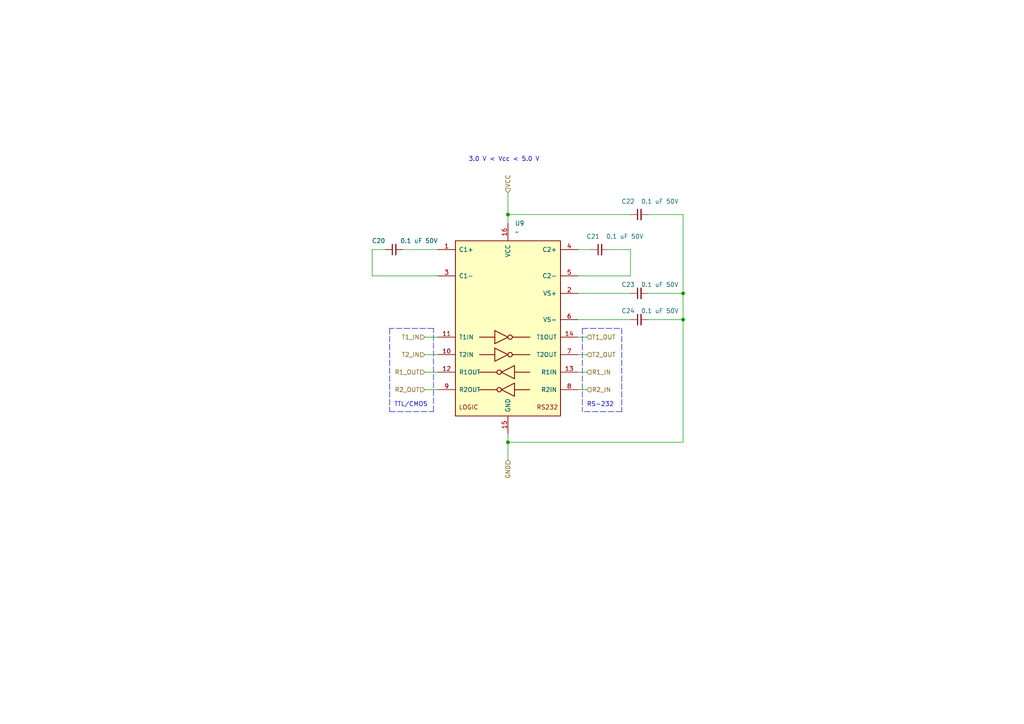
<source format=kicad_sch>
(kicad_sch (version 20211123) (generator eeschema)
  (paper "A4")
  (title_block (title "Console-Controller") (date "2022-12-15") (rev "A"))
  (lib_symbols
    (symbol "Device:C_Small" (pin_numbers hide) (pin_names (offset 0.254) hide)
      (property "Reference" "C" (at 0.254 1.778 0))
      (property "Value" "C_Small" (at 0.254 -2.032 0))
      (symbol "C_Small_0_1"
        (polyline (pts (xy -1.524 -0.508) (xy 1.524 -0.508)) (stroke (width 0.3302)))
        (polyline (pts (xy -1.524 0.508) (xy 1.524 0.508)) (stroke (width 0.3048)))
      )
      (symbol "C_Small_1_1"
        (pin passive line (at 0 2.54 270) (length 2.032) (name "~") (number "1"))
        (pin passive line (at 0 -2.54 90) (length 2.032) (name "~") (number "2"))
      )
    )
    (symbol "Interface_UART:MAX3232" (pin_names (offset 1.016))
      (property "Reference" "U" (at -2.54 28.575 0))
      (property "Value" "MAX3232" (at -2.54 26.67 0))
      (symbol "MAX3232_0_0"
        (text "LOGIC" (at -11.43 -22.86 0) (effects (font (size 1.27 1.27))))
        (text "RS232" (at 11.43 -22.86 0) (effects (font (size 1.27 1.27))))
      )
      (symbol "MAX3232_0_1"
        (rectangle (start -15.24 -25.4) (end 15.24 25.4) (stroke (width 0.254)) (fill (type background)))
        (circle (center -2.54 -17.78) (radius 0.635) (stroke (width 0.254)))
        (circle (center -2.54 -12.7) (radius 0.635) (stroke (width 0.254)))
        (polyline (pts (xy -3.81 -7.62) (xy -8.255 -7.62)) (stroke (width 0.254)))
        (polyline (pts (xy -3.81 -2.54) (xy -8.255 -2.54)) (stroke (width 0.254)))
        (polyline (pts (xy -3.175 -17.78) (xy -8.255 -17.78)) (stroke (width 0.254)))
        (polyline (pts (xy -3.175 -12.7) (xy -8.255 -12.7)) (stroke (width 0.254)))
        (polyline (pts (xy 1.27 -7.62) (xy 6.35 -7.62)) (stroke (width 0.254)))
        (polyline (pts (xy 1.27 -2.54) (xy 6.35 -2.54)) (stroke (width 0.254)))
        (polyline (pts (xy 1.905 -17.78) (xy 6.35 -17.78)) (stroke (width 0.254)))
        (polyline (pts (xy 1.905 -12.7) (xy 6.35 -12.7)) (stroke (width 0.254)))
        (polyline (pts (xy -3.81 -5.715) (xy -3.81 -9.525) (xy 0 -7.62) (xy -3.81 -5.715)) (stroke (width 0.254)))
        (polyline (pts (xy -3.81 -0.635) (xy -3.81 -4.445) (xy 0 -2.54) (xy -3.81 -0.635)) (stroke (width 0.254)))
        (polyline (pts (xy 1.905 -15.875) (xy 1.905 -19.685) (xy -1.905 -17.78) (xy 1.905 -15.875)) (stroke (width 0.254)))
        (polyline (pts (xy 1.905 -10.795) (xy 1.905 -14.605) (xy -1.905 -12.7) (xy 1.905 -10.795)) (stroke (width 0.254)))
        (circle (center 0.635 -7.62) (radius 0.635) (stroke (width 0.254)))
        (circle (center 0.635 -2.54) (radius 0.635) (stroke (width 0.254)))
      )
      (symbol "MAX3232_1_1"
        (pin passive line (at -20.32 22.86 0) (length 5.08) (name "C1+") (number "1"))
        (pin input line (at -20.32 -7.62 0) (length 5.08) (name "T2IN") (number "10"))
        (pin input line (at -20.32 -2.54 0) (length 5.08) (name "T1IN") (number "11"))
        (pin output line (at -20.32 -12.7 0) (length 5.08) (name "R1OUT") (number "12"))
        (pin input line (at 20.32 -12.7 180) (length 5.08) (name "R1IN") (number "13"))
        (pin output line (at 20.32 -2.54 180) (length 5.08) (name "T1OUT") (number "14"))
        (pin power_in line (at 0 -30.48 90) (length 5.08) (name "GND") (number "15"))
        (pin power_in line (at 0 30.48 270) (length 5.08) (name "VCC") (number "16"))
        (pin power_out line (at 20.32 10.16 180) (length 5.08) (name "VS+") (number "2"))
        (pin passive line (at -20.32 15.24 0) (length 5.08) (name "C1-") (number "3"))
        (pin passive line (at 20.32 22.86 180) (length 5.08) (name "C2+") (number "4"))
        (pin passive line (at 20.32 15.24 180) (length 5.08) (name "C2-") (number "5"))
        (pin power_out line (at 20.32 2.54 180) (length 5.08) (name "VS-") (number "6"))
        (pin output line (at 20.32 -7.62 180) (length 5.08) (name "T2OUT") (number "7"))
        (pin input line (at 20.32 -17.78 180) (length 5.08) (name "R2IN") (number "8"))
        (pin output line (at -20.32 -17.78 0) (length 5.08) (name "R2OUT") (number "9"))
      )
    )
  )
  (junction (at 198.12 92.71))
  (junction (at 147.32 62.23))
  (junction (at 147.32 128.27))
  (junction (at 198.12 85.09))
  (wire (pts (xy 167.64 92.71) (xy 182.88 92.71)))
  (wire (pts (xy 176.53 72.39) (xy 182.88 72.39)))
  (polyline (pts (xy 168.91 95.25) (xy 168.91 119.38)))
  (wire (pts (xy 147.32 62.23) (xy 147.32 64.77)))
  (wire (pts (xy 147.32 55.88) (xy 147.32 62.23)))
  (wire (pts (xy 167.64 97.79) (xy 170.18 97.79)))
  (wire (pts (xy 187.96 62.23) (xy 198.12 62.23)))
  (wire (pts (xy 167.64 113.03) (xy 170.18 113.03)))
  (polyline (pts (xy 168.91 95.25) (xy 180.34 95.25)))
  (wire (pts (xy 123.19 102.87) (xy 127 102.87)))
  (polyline (pts (xy 180.34 95.25) (xy 180.34 119.38)))
  (wire (pts (xy 187.96 85.09) (xy 198.12 85.09)))
  (polyline (pts (xy 113.03 119.38) (xy 125.73 119.38)))
  (wire (pts (xy 182.88 80.01) (xy 182.88 72.39)))
  (wire (pts (xy 107.95 80.01) (xy 107.95 72.39)))
  (wire (pts (xy 123.19 97.79) (xy 127 97.79)))
  (wire (pts (xy 147.32 128.27) (xy 198.12 128.27)))
  (wire (pts (xy 123.19 107.95) (xy 127 107.95)))
  (wire (pts (xy 167.64 72.39) (xy 171.45 72.39)))
  (wire (pts (xy 147.32 128.27) (xy 147.32 133.35)))
  (polyline (pts (xy 180.34 119.38) (xy 168.91 119.38)))
  (polyline (pts (xy 113.03 95.25) (xy 113.03 119.38)))
  (wire (pts (xy 167.64 107.95) (xy 170.18 107.95)))
  (wire (pts (xy 107.95 72.39) (xy 111.76 72.39)))
  (wire (pts (xy 187.96 92.71) (xy 198.12 92.71)))
  (wire (pts (xy 123.19 113.03) (xy 127 113.03)))
  (wire (pts (xy 127 80.01) (xy 107.95 80.01)))
  (wire (pts (xy 147.32 125.73) (xy 147.32 128.27)))
  (wire (pts (xy 167.64 85.09) (xy 182.88 85.09)))
  (polyline (pts (xy 125.73 95.25) (xy 113.03 95.25)))
  (wire (pts (xy 167.64 102.87) (xy 170.18 102.87)))
  (wire (pts (xy 116.84 72.39) (xy 127 72.39)))
  (wire (pts (xy 198.12 62.23) (xy 198.12 85.09)))
  (wire (pts (xy 182.88 62.23) (xy 147.32 62.23)))
  (polyline (pts (xy 125.73 119.38) (xy 125.73 95.25)))
  (wire (pts (xy 198.12 92.71) (xy 198.12 128.27)))
  (wire (pts (xy 198.12 85.09) (xy 198.12 92.71)))
  (wire (pts (xy 167.64 80.01) (xy 182.88 80.01)))
  (text "TTL/CMOS" (at 114.3 118.11 0) (effects (font (size 1.27 1.27)) (justify left bottom)))
  (text "3.0 V < Vcc < 5.0 V" (at 135.89 46.99 0) (effects (font (size 1.27 1.27)) (justify left bottom)))
  (text "RS-232" (at 170.18 118.11 0) (effects (font (size 1.27 1.27)) (justify left bottom)))
  (hierarchical_label "T1_IN" (shape input) (at 123.19 97.79 180))
  (hierarchical_label "VCC" (shape input) (at 147.32 55.88 90))
  (hierarchical_label "R2_IN" (shape input) (at 170.18 113.03 0))
  (hierarchical_label "R1_OUT" (shape input) (at 123.19 107.95 180))
  (hierarchical_label "R2_OUT" (shape input) (at 123.19 113.03 180))
  (hierarchical_label "T2_OUT" (shape input) (at 170.18 102.87 0))
  (hierarchical_label "R1_IN" (shape input) (at 170.18 107.95 0))
  (hierarchical_label "T2_IN" (shape input) (at 123.19 102.87 180))
  (hierarchical_label "T1_OUT" (shape input) (at 170.18 97.79 0))
  (hierarchical_label "GND" (shape input) (at 147.32 133.35 270))
  (symbol (lib_id "Device:C_Small") (at 185.42 62.23 90)
    (property "Reference" "C22" (at 184.15 58.42 90) (effects (justify left)))
    (property "Value" "0.1 uF 50V" (at 196.85 58.42 90) (effects (justify left)))
    (property "Footprint" "Capacitor_SMD:C_0603_1608Metric_Pad1.08x0.95mm_HandSolder" (effects hide))
    (property "Datasheet" "https://api.kemet.com/component-edge/download/datasheet/C0603C104M5RACTU.pdf" (effects hide))
    (property "Part Number" "C0603C104M5RACTU" (effects hide))
    (property "Supplier" "Digikey" (effects hide))
    (property "Link" "https://www.digikey.com/product-detail/en/kemet/C0603C104M5RACTU/399-7845-1-ND/3471568" (effects hide))
  )
  (symbol (lib_id "Device:C_Small") (at 114.3 72.39 90)
    (property "Reference" "C20" (at 111.76 69.85 90) (effects (justify left)))
    (property "Value" "0.1 uF 50V" (at 127 69.85 90) (effects (justify left)))
    (property "Footprint" "Capacitor_SMD:C_0603_1608Metric_Pad1.08x0.95mm_HandSolder" (effects hide))
    (property "Datasheet" "https://api.kemet.com/component-edge/download/datasheet/C0603C104M5RACTU.pdf" (effects hide))
    (property "Part Number" "C0603C104M5RACTU" (effects hide))
    (property "Supplier" "Digikey" (effects hide))
    (property "Link" "https://www.digikey.com/product-detail/en/kemet/C0603C104M5RACTU/399-7845-1-ND/3471568" (effects hide))
  )
  (symbol (lib_id "Interface_UART:MAX3232") (at 147.32 95.25 0)
    (property "Reference" "U9" (at 149.3394 64.77 0) (effects (justify left)))
    (property "Value" "~" (at 149.3394 67.31 0) (effects (justify left)))
    (property "Footprint" "Package_SO:SOIC-16W_7.5x10.3mm_P1.27mm" (effects hide))
    (property "Datasheet" "https://assets.maxlinear.com/web/documents/sipex/datasheets/sp3222e_sp3232e.pdf" (effects hide))
    (property "Supplier" "Digikey" (effects hide))
    (property "Link" "https://www.digikey.com/en/products/detail/SP3232ECT-L-TR/1016-1804-1-ND/3586521?curr=usd&utm_campaign=buynow&utm_medium=aggregator&utm_source=octopart" (effects hide))
    (property "Part Number" "SP3232ECT-L/TR" (effects hide))
  )
  (symbol (lib_id "Device:C_Small") (at 173.99 72.39 90)
    (property "Reference" "C21" (at 173.99 68.58 90) (effects (justify left)))
    (property "Value" "0.1 uF 50V" (at 186.69 68.58 90) (effects (justify left)))
    (property "Footprint" "Capacitor_SMD:C_0603_1608Metric_Pad1.08x0.95mm_HandSolder" (effects hide))
    (property "Datasheet" "https://api.kemet.com/component-edge/download/datasheet/C0603C104M5RACTU.pdf" (effects hide))
    (property "Part Number" "C0603C104M5RACTU" (effects hide))
    (property "Supplier" "Digikey" (effects hide))
    (property "Link" "https://www.digikey.com/product-detail/en/kemet/C0603C104M5RACTU/399-7845-1-ND/3471568" (effects hide))
  )
  (symbol (lib_id "Device:C_Small") (at 185.42 92.71 90)
    (property "Reference" "C24" (at 184.15 90.17 90) (effects (justify left)))
    (property "Value" "0.1 uF 50V" (at 196.85 90.17 90) (effects (justify left)))
    (property "Footprint" "Capacitor_SMD:C_0603_1608Metric_Pad1.08x0.95mm_HandSolder" (effects hide))
    (property "Datasheet" "https://api.kemet.com/component-edge/download/datasheet/C0603C104M5RACTU.pdf" (effects hide))
    (property "Part Number" "C0603C104M5RACTU" (effects hide))
    (property "Supplier" "Digikey" (effects hide))
    (property "Link" "https://www.digikey.com/product-detail/en/kemet/C0603C104M5RACTU/399-7845-1-ND/3471568" (effects hide))
  )
  (symbol (lib_id "Device:C_Small") (at 185.42 85.09 90)
    (property "Reference" "C23" (at 184.15 82.55 90) (effects (justify left)))
    (property "Value" "0.1 uF 50V" (at 196.85 82.55 90) (effects (justify left)))
    (property "Footprint" "Capacitor_SMD:C_0603_1608Metric_Pad1.08x0.95mm_HandSolder" (effects hide))
    (property "Datasheet" "https://api.kemet.com/component-edge/download/datasheet/C0603C104M5RACTU.pdf" (effects hide))
    (property "Part Number" "C0603C104M5RACTU" (effects hide))
    (property "Supplier" "Digikey" (effects hide))
    (property "Link" "https://www.digikey.com/product-detail/en/kemet/C0603C104M5RACTU/399-7845-1-ND/3471568" (effects hide))
  )
)
</source>
